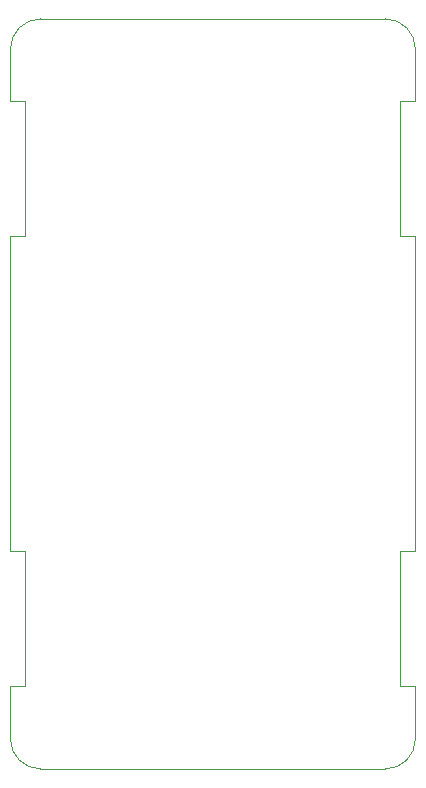
<source format=gbr>
G04 #@! TF.GenerationSoftware,KiCad,Pcbnew,(5.1.5)-3*
G04 #@! TF.CreationDate,2020-02-08T17:29:24+01:00*
G04 #@! TF.ProjectId,acmp_test_fixture,61636d70-5f74-4657-9374-5f6669787475,rev?*
G04 #@! TF.SameCoordinates,Original*
G04 #@! TF.FileFunction,Profile,NP*
%FSLAX46Y46*%
G04 Gerber Fmt 4.6, Leading zero omitted, Abs format (unit mm)*
G04 Created by KiCad (PCBNEW (5.1.5)-3) date 2020-02-08 17:29:24*
%MOMM*%
%LPD*%
G04 APERTURE LIST*
%ADD10C,0.050000*%
G04 APERTURE END LIST*
D10*
X2540000Y0D02*
X31750000Y0D01*
X2540000Y63500000D02*
X31750000Y63500000D01*
X0Y6985000D02*
X0Y2540000D01*
X1270000Y6985000D02*
X0Y6985000D01*
X1270000Y18415000D02*
X1270000Y6985000D01*
X0Y18415000D02*
X1270000Y18415000D01*
X0Y45085000D02*
X0Y18415000D01*
X1270000Y45085000D02*
X0Y45085000D01*
X1270000Y56515000D02*
X1270000Y45085000D01*
X0Y56515000D02*
X1270000Y56515000D01*
X0Y60960000D02*
X0Y56515000D01*
X34290000Y6985000D02*
X34290000Y2540000D01*
X33020000Y6985000D02*
X34290000Y6985000D01*
X33020000Y18415000D02*
X33020000Y6985000D01*
X34290000Y18415000D02*
X33020000Y18415000D01*
X34290000Y45085000D02*
X34290000Y18415000D01*
X33020000Y45085000D02*
X34290000Y45085000D01*
X33020000Y56515000D02*
X33020000Y45085000D01*
X34290000Y56515000D02*
X33020000Y56515000D01*
X34290000Y60960000D02*
X34290000Y56515000D01*
X2540000Y0D02*
G75*
G02X0Y2540000I0J2540000D01*
G01*
X34290000Y2540000D02*
G75*
G02X31750000Y0I-2540000J0D01*
G01*
X31750000Y63500000D02*
G75*
G02X34290000Y60960000I0J-2540000D01*
G01*
X0Y60960000D02*
G75*
G02X2540000Y63500000I2540000J0D01*
G01*
M02*

</source>
